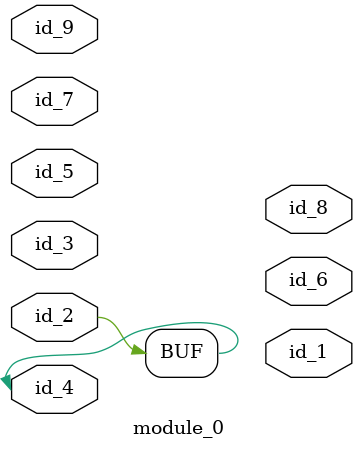
<source format=v>
module module_0 (
    id_1,
    id_2,
    id_3,
    id_4,
    id_5,
    id_6,
    id_7,
    id_8,
    id_9
);
  inout id_9;
  output id_8;
  inout id_7;
  output id_6;
  input id_5;
  inout id_4;
  inout id_3;
  inout id_2;
  output id_1;
  assign id_4 = id_2;
endmodule
`define pp_9 0

</source>
